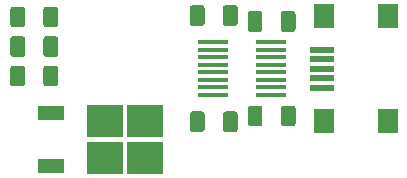
<source format=gbr>
G04 #@! TF.GenerationSoftware,KiCad,Pcbnew,5.0.2-bee76a0~70~ubuntu18.04.1*
G04 #@! TF.CreationDate,2019-05-31T16:07:53-07:00*
G04 #@! TF.ProjectId,shellbell,7368656c-6c62-4656-9c6c-2e6b69636164,rev?*
G04 #@! TF.SameCoordinates,Original*
G04 #@! TF.FileFunction,Paste,Top*
G04 #@! TF.FilePolarity,Positive*
%FSLAX46Y46*%
G04 Gerber Fmt 4.6, Leading zero omitted, Abs format (unit mm)*
G04 Created by KiCad (PCBNEW 5.0.2-bee76a0~70~ubuntu18.04.1) date Fri 31 May 2019 04:07:53 PM PDT*
%MOMM*%
%LPD*%
G01*
G04 APERTURE LIST*
%ADD10C,0.100000*%
%ADD11C,1.250000*%
%ADD12R,3.050000X2.750000*%
%ADD13R,2.200000X1.200000*%
%ADD14R,1.700000X2.000000*%
%ADD15R,2.000000X0.500000*%
%ADD16R,2.540000X0.457200*%
G04 APERTURE END LIST*
D10*
G04 #@! TO.C,R4*
G36*
X158499504Y-95626204D02*
X158523773Y-95629804D01*
X158547571Y-95635765D01*
X158570671Y-95644030D01*
X158592849Y-95654520D01*
X158613893Y-95667133D01*
X158633598Y-95681747D01*
X158651777Y-95698223D01*
X158668253Y-95716402D01*
X158682867Y-95736107D01*
X158695480Y-95757151D01*
X158705970Y-95779329D01*
X158714235Y-95802429D01*
X158720196Y-95826227D01*
X158723796Y-95850496D01*
X158725000Y-95875000D01*
X158725000Y-97125000D01*
X158723796Y-97149504D01*
X158720196Y-97173773D01*
X158714235Y-97197571D01*
X158705970Y-97220671D01*
X158695480Y-97242849D01*
X158682867Y-97263893D01*
X158668253Y-97283598D01*
X158651777Y-97301777D01*
X158633598Y-97318253D01*
X158613893Y-97332867D01*
X158592849Y-97345480D01*
X158570671Y-97355970D01*
X158547571Y-97364235D01*
X158523773Y-97370196D01*
X158499504Y-97373796D01*
X158475000Y-97375000D01*
X157725000Y-97375000D01*
X157700496Y-97373796D01*
X157676227Y-97370196D01*
X157652429Y-97364235D01*
X157629329Y-97355970D01*
X157607151Y-97345480D01*
X157586107Y-97332867D01*
X157566402Y-97318253D01*
X157548223Y-97301777D01*
X157531747Y-97283598D01*
X157517133Y-97263893D01*
X157504520Y-97242849D01*
X157494030Y-97220671D01*
X157485765Y-97197571D01*
X157479804Y-97173773D01*
X157476204Y-97149504D01*
X157475000Y-97125000D01*
X157475000Y-95875000D01*
X157476204Y-95850496D01*
X157479804Y-95826227D01*
X157485765Y-95802429D01*
X157494030Y-95779329D01*
X157504520Y-95757151D01*
X157517133Y-95736107D01*
X157531747Y-95716402D01*
X157548223Y-95698223D01*
X157566402Y-95681747D01*
X157586107Y-95667133D01*
X157607151Y-95654520D01*
X157629329Y-95644030D01*
X157652429Y-95635765D01*
X157676227Y-95629804D01*
X157700496Y-95626204D01*
X157725000Y-95625000D01*
X158475000Y-95625000D01*
X158499504Y-95626204D01*
X158499504Y-95626204D01*
G37*
D11*
X158100000Y-96500000D03*
D10*
G36*
X161299504Y-95626204D02*
X161323773Y-95629804D01*
X161347571Y-95635765D01*
X161370671Y-95644030D01*
X161392849Y-95654520D01*
X161413893Y-95667133D01*
X161433598Y-95681747D01*
X161451777Y-95698223D01*
X161468253Y-95716402D01*
X161482867Y-95736107D01*
X161495480Y-95757151D01*
X161505970Y-95779329D01*
X161514235Y-95802429D01*
X161520196Y-95826227D01*
X161523796Y-95850496D01*
X161525000Y-95875000D01*
X161525000Y-97125000D01*
X161523796Y-97149504D01*
X161520196Y-97173773D01*
X161514235Y-97197571D01*
X161505970Y-97220671D01*
X161495480Y-97242849D01*
X161482867Y-97263893D01*
X161468253Y-97283598D01*
X161451777Y-97301777D01*
X161433598Y-97318253D01*
X161413893Y-97332867D01*
X161392849Y-97345480D01*
X161370671Y-97355970D01*
X161347571Y-97364235D01*
X161323773Y-97370196D01*
X161299504Y-97373796D01*
X161275000Y-97375000D01*
X160525000Y-97375000D01*
X160500496Y-97373796D01*
X160476227Y-97370196D01*
X160452429Y-97364235D01*
X160429329Y-97355970D01*
X160407151Y-97345480D01*
X160386107Y-97332867D01*
X160366402Y-97318253D01*
X160348223Y-97301777D01*
X160331747Y-97283598D01*
X160317133Y-97263893D01*
X160304520Y-97242849D01*
X160294030Y-97220671D01*
X160285765Y-97197571D01*
X160279804Y-97173773D01*
X160276204Y-97149504D01*
X160275000Y-97125000D01*
X160275000Y-95875000D01*
X160276204Y-95850496D01*
X160279804Y-95826227D01*
X160285765Y-95802429D01*
X160294030Y-95779329D01*
X160304520Y-95757151D01*
X160317133Y-95736107D01*
X160331747Y-95716402D01*
X160348223Y-95698223D01*
X160366402Y-95681747D01*
X160386107Y-95667133D01*
X160407151Y-95654520D01*
X160429329Y-95644030D01*
X160452429Y-95635765D01*
X160476227Y-95629804D01*
X160500496Y-95626204D01*
X160525000Y-95625000D01*
X161275000Y-95625000D01*
X161299504Y-95626204D01*
X161299504Y-95626204D01*
G37*
D11*
X160900000Y-96500000D03*
G04 #@! TD*
D12*
G04 #@! TO.C,Q1*
X145425000Y-108025000D03*
X148775000Y-104975000D03*
X145425000Y-104975000D03*
X148775000Y-108025000D03*
D13*
X140800000Y-108780000D03*
X140800000Y-104220000D03*
G04 #@! TD*
D14*
G04 #@! TO.C,J3*
X169350000Y-96050000D03*
X163900000Y-96050000D03*
X169350000Y-104950000D03*
X163900000Y-104950000D03*
D15*
X163800000Y-98900000D03*
X163800000Y-99700000D03*
X163800000Y-100500000D03*
X163800000Y-101300000D03*
X163800000Y-102100000D03*
G04 #@! TD*
D10*
G04 #@! TO.C,D2*
G36*
X153599504Y-95126204D02*
X153623773Y-95129804D01*
X153647571Y-95135765D01*
X153670671Y-95144030D01*
X153692849Y-95154520D01*
X153713893Y-95167133D01*
X153733598Y-95181747D01*
X153751777Y-95198223D01*
X153768253Y-95216402D01*
X153782867Y-95236107D01*
X153795480Y-95257151D01*
X153805970Y-95279329D01*
X153814235Y-95302429D01*
X153820196Y-95326227D01*
X153823796Y-95350496D01*
X153825000Y-95375000D01*
X153825000Y-96625000D01*
X153823796Y-96649504D01*
X153820196Y-96673773D01*
X153814235Y-96697571D01*
X153805970Y-96720671D01*
X153795480Y-96742849D01*
X153782867Y-96763893D01*
X153768253Y-96783598D01*
X153751777Y-96801777D01*
X153733598Y-96818253D01*
X153713893Y-96832867D01*
X153692849Y-96845480D01*
X153670671Y-96855970D01*
X153647571Y-96864235D01*
X153623773Y-96870196D01*
X153599504Y-96873796D01*
X153575000Y-96875000D01*
X152825000Y-96875000D01*
X152800496Y-96873796D01*
X152776227Y-96870196D01*
X152752429Y-96864235D01*
X152729329Y-96855970D01*
X152707151Y-96845480D01*
X152686107Y-96832867D01*
X152666402Y-96818253D01*
X152648223Y-96801777D01*
X152631747Y-96783598D01*
X152617133Y-96763893D01*
X152604520Y-96742849D01*
X152594030Y-96720671D01*
X152585765Y-96697571D01*
X152579804Y-96673773D01*
X152576204Y-96649504D01*
X152575000Y-96625000D01*
X152575000Y-95375000D01*
X152576204Y-95350496D01*
X152579804Y-95326227D01*
X152585765Y-95302429D01*
X152594030Y-95279329D01*
X152604520Y-95257151D01*
X152617133Y-95236107D01*
X152631747Y-95216402D01*
X152648223Y-95198223D01*
X152666402Y-95181747D01*
X152686107Y-95167133D01*
X152707151Y-95154520D01*
X152729329Y-95144030D01*
X152752429Y-95135765D01*
X152776227Y-95129804D01*
X152800496Y-95126204D01*
X152825000Y-95125000D01*
X153575000Y-95125000D01*
X153599504Y-95126204D01*
X153599504Y-95126204D01*
G37*
D11*
X153200000Y-96000000D03*
D10*
G36*
X156399504Y-95126204D02*
X156423773Y-95129804D01*
X156447571Y-95135765D01*
X156470671Y-95144030D01*
X156492849Y-95154520D01*
X156513893Y-95167133D01*
X156533598Y-95181747D01*
X156551777Y-95198223D01*
X156568253Y-95216402D01*
X156582867Y-95236107D01*
X156595480Y-95257151D01*
X156605970Y-95279329D01*
X156614235Y-95302429D01*
X156620196Y-95326227D01*
X156623796Y-95350496D01*
X156625000Y-95375000D01*
X156625000Y-96625000D01*
X156623796Y-96649504D01*
X156620196Y-96673773D01*
X156614235Y-96697571D01*
X156605970Y-96720671D01*
X156595480Y-96742849D01*
X156582867Y-96763893D01*
X156568253Y-96783598D01*
X156551777Y-96801777D01*
X156533598Y-96818253D01*
X156513893Y-96832867D01*
X156492849Y-96845480D01*
X156470671Y-96855970D01*
X156447571Y-96864235D01*
X156423773Y-96870196D01*
X156399504Y-96873796D01*
X156375000Y-96875000D01*
X155625000Y-96875000D01*
X155600496Y-96873796D01*
X155576227Y-96870196D01*
X155552429Y-96864235D01*
X155529329Y-96855970D01*
X155507151Y-96845480D01*
X155486107Y-96832867D01*
X155466402Y-96818253D01*
X155448223Y-96801777D01*
X155431747Y-96783598D01*
X155417133Y-96763893D01*
X155404520Y-96742849D01*
X155394030Y-96720671D01*
X155385765Y-96697571D01*
X155379804Y-96673773D01*
X155376204Y-96649504D01*
X155375000Y-96625000D01*
X155375000Y-95375000D01*
X155376204Y-95350496D01*
X155379804Y-95326227D01*
X155385765Y-95302429D01*
X155394030Y-95279329D01*
X155404520Y-95257151D01*
X155417133Y-95236107D01*
X155431747Y-95216402D01*
X155448223Y-95198223D01*
X155466402Y-95181747D01*
X155486107Y-95167133D01*
X155507151Y-95154520D01*
X155529329Y-95144030D01*
X155552429Y-95135765D01*
X155576227Y-95129804D01*
X155600496Y-95126204D01*
X155625000Y-95125000D01*
X156375000Y-95125000D01*
X156399504Y-95126204D01*
X156399504Y-95126204D01*
G37*
D11*
X156000000Y-96000000D03*
G04 #@! TD*
D10*
G04 #@! TO.C,D3*
G36*
X156399504Y-104126204D02*
X156423773Y-104129804D01*
X156447571Y-104135765D01*
X156470671Y-104144030D01*
X156492849Y-104154520D01*
X156513893Y-104167133D01*
X156533598Y-104181747D01*
X156551777Y-104198223D01*
X156568253Y-104216402D01*
X156582867Y-104236107D01*
X156595480Y-104257151D01*
X156605970Y-104279329D01*
X156614235Y-104302429D01*
X156620196Y-104326227D01*
X156623796Y-104350496D01*
X156625000Y-104375000D01*
X156625000Y-105625000D01*
X156623796Y-105649504D01*
X156620196Y-105673773D01*
X156614235Y-105697571D01*
X156605970Y-105720671D01*
X156595480Y-105742849D01*
X156582867Y-105763893D01*
X156568253Y-105783598D01*
X156551777Y-105801777D01*
X156533598Y-105818253D01*
X156513893Y-105832867D01*
X156492849Y-105845480D01*
X156470671Y-105855970D01*
X156447571Y-105864235D01*
X156423773Y-105870196D01*
X156399504Y-105873796D01*
X156375000Y-105875000D01*
X155625000Y-105875000D01*
X155600496Y-105873796D01*
X155576227Y-105870196D01*
X155552429Y-105864235D01*
X155529329Y-105855970D01*
X155507151Y-105845480D01*
X155486107Y-105832867D01*
X155466402Y-105818253D01*
X155448223Y-105801777D01*
X155431747Y-105783598D01*
X155417133Y-105763893D01*
X155404520Y-105742849D01*
X155394030Y-105720671D01*
X155385765Y-105697571D01*
X155379804Y-105673773D01*
X155376204Y-105649504D01*
X155375000Y-105625000D01*
X155375000Y-104375000D01*
X155376204Y-104350496D01*
X155379804Y-104326227D01*
X155385765Y-104302429D01*
X155394030Y-104279329D01*
X155404520Y-104257151D01*
X155417133Y-104236107D01*
X155431747Y-104216402D01*
X155448223Y-104198223D01*
X155466402Y-104181747D01*
X155486107Y-104167133D01*
X155507151Y-104154520D01*
X155529329Y-104144030D01*
X155552429Y-104135765D01*
X155576227Y-104129804D01*
X155600496Y-104126204D01*
X155625000Y-104125000D01*
X156375000Y-104125000D01*
X156399504Y-104126204D01*
X156399504Y-104126204D01*
G37*
D11*
X156000000Y-105000000D03*
D10*
G36*
X153599504Y-104126204D02*
X153623773Y-104129804D01*
X153647571Y-104135765D01*
X153670671Y-104144030D01*
X153692849Y-104154520D01*
X153713893Y-104167133D01*
X153733598Y-104181747D01*
X153751777Y-104198223D01*
X153768253Y-104216402D01*
X153782867Y-104236107D01*
X153795480Y-104257151D01*
X153805970Y-104279329D01*
X153814235Y-104302429D01*
X153820196Y-104326227D01*
X153823796Y-104350496D01*
X153825000Y-104375000D01*
X153825000Y-105625000D01*
X153823796Y-105649504D01*
X153820196Y-105673773D01*
X153814235Y-105697571D01*
X153805970Y-105720671D01*
X153795480Y-105742849D01*
X153782867Y-105763893D01*
X153768253Y-105783598D01*
X153751777Y-105801777D01*
X153733598Y-105818253D01*
X153713893Y-105832867D01*
X153692849Y-105845480D01*
X153670671Y-105855970D01*
X153647571Y-105864235D01*
X153623773Y-105870196D01*
X153599504Y-105873796D01*
X153575000Y-105875000D01*
X152825000Y-105875000D01*
X152800496Y-105873796D01*
X152776227Y-105870196D01*
X152752429Y-105864235D01*
X152729329Y-105855970D01*
X152707151Y-105845480D01*
X152686107Y-105832867D01*
X152666402Y-105818253D01*
X152648223Y-105801777D01*
X152631747Y-105783598D01*
X152617133Y-105763893D01*
X152604520Y-105742849D01*
X152594030Y-105720671D01*
X152585765Y-105697571D01*
X152579804Y-105673773D01*
X152576204Y-105649504D01*
X152575000Y-105625000D01*
X152575000Y-104375000D01*
X152576204Y-104350496D01*
X152579804Y-104326227D01*
X152585765Y-104302429D01*
X152594030Y-104279329D01*
X152604520Y-104257151D01*
X152617133Y-104236107D01*
X152631747Y-104216402D01*
X152648223Y-104198223D01*
X152666402Y-104181747D01*
X152686107Y-104167133D01*
X152707151Y-104154520D01*
X152729329Y-104144030D01*
X152752429Y-104135765D01*
X152776227Y-104129804D01*
X152800496Y-104126204D01*
X152825000Y-104125000D01*
X153575000Y-104125000D01*
X153599504Y-104126204D01*
X153599504Y-104126204D01*
G37*
D11*
X153200000Y-105000000D03*
G04 #@! TD*
D10*
G04 #@! TO.C,R1*
G36*
X141201997Y-100250807D02*
X141226266Y-100254407D01*
X141250064Y-100260368D01*
X141273164Y-100268633D01*
X141295342Y-100279123D01*
X141316386Y-100291736D01*
X141336091Y-100306350D01*
X141354270Y-100322826D01*
X141370746Y-100341005D01*
X141385360Y-100360710D01*
X141397973Y-100381754D01*
X141408463Y-100403932D01*
X141416728Y-100427032D01*
X141422689Y-100450830D01*
X141426289Y-100475099D01*
X141427493Y-100499603D01*
X141427493Y-101749603D01*
X141426289Y-101774107D01*
X141422689Y-101798376D01*
X141416728Y-101822174D01*
X141408463Y-101845274D01*
X141397973Y-101867452D01*
X141385360Y-101888496D01*
X141370746Y-101908201D01*
X141354270Y-101926380D01*
X141336091Y-101942856D01*
X141316386Y-101957470D01*
X141295342Y-101970083D01*
X141273164Y-101980573D01*
X141250064Y-101988838D01*
X141226266Y-101994799D01*
X141201997Y-101998399D01*
X141177493Y-101999603D01*
X140427493Y-101999603D01*
X140402989Y-101998399D01*
X140378720Y-101994799D01*
X140354922Y-101988838D01*
X140331822Y-101980573D01*
X140309644Y-101970083D01*
X140288600Y-101957470D01*
X140268895Y-101942856D01*
X140250716Y-101926380D01*
X140234240Y-101908201D01*
X140219626Y-101888496D01*
X140207013Y-101867452D01*
X140196523Y-101845274D01*
X140188258Y-101822174D01*
X140182297Y-101798376D01*
X140178697Y-101774107D01*
X140177493Y-101749603D01*
X140177493Y-100499603D01*
X140178697Y-100475099D01*
X140182297Y-100450830D01*
X140188258Y-100427032D01*
X140196523Y-100403932D01*
X140207013Y-100381754D01*
X140219626Y-100360710D01*
X140234240Y-100341005D01*
X140250716Y-100322826D01*
X140268895Y-100306350D01*
X140288600Y-100291736D01*
X140309644Y-100279123D01*
X140331822Y-100268633D01*
X140354922Y-100260368D01*
X140378720Y-100254407D01*
X140402989Y-100250807D01*
X140427493Y-100249603D01*
X141177493Y-100249603D01*
X141201997Y-100250807D01*
X141201997Y-100250807D01*
G37*
D11*
X140802493Y-101124603D03*
D10*
G36*
X138401997Y-100250807D02*
X138426266Y-100254407D01*
X138450064Y-100260368D01*
X138473164Y-100268633D01*
X138495342Y-100279123D01*
X138516386Y-100291736D01*
X138536091Y-100306350D01*
X138554270Y-100322826D01*
X138570746Y-100341005D01*
X138585360Y-100360710D01*
X138597973Y-100381754D01*
X138608463Y-100403932D01*
X138616728Y-100427032D01*
X138622689Y-100450830D01*
X138626289Y-100475099D01*
X138627493Y-100499603D01*
X138627493Y-101749603D01*
X138626289Y-101774107D01*
X138622689Y-101798376D01*
X138616728Y-101822174D01*
X138608463Y-101845274D01*
X138597973Y-101867452D01*
X138585360Y-101888496D01*
X138570746Y-101908201D01*
X138554270Y-101926380D01*
X138536091Y-101942856D01*
X138516386Y-101957470D01*
X138495342Y-101970083D01*
X138473164Y-101980573D01*
X138450064Y-101988838D01*
X138426266Y-101994799D01*
X138401997Y-101998399D01*
X138377493Y-101999603D01*
X137627493Y-101999603D01*
X137602989Y-101998399D01*
X137578720Y-101994799D01*
X137554922Y-101988838D01*
X137531822Y-101980573D01*
X137509644Y-101970083D01*
X137488600Y-101957470D01*
X137468895Y-101942856D01*
X137450716Y-101926380D01*
X137434240Y-101908201D01*
X137419626Y-101888496D01*
X137407013Y-101867452D01*
X137396523Y-101845274D01*
X137388258Y-101822174D01*
X137382297Y-101798376D01*
X137378697Y-101774107D01*
X137377493Y-101749603D01*
X137377493Y-100499603D01*
X137378697Y-100475099D01*
X137382297Y-100450830D01*
X137388258Y-100427032D01*
X137396523Y-100403932D01*
X137407013Y-100381754D01*
X137419626Y-100360710D01*
X137434240Y-100341005D01*
X137450716Y-100322826D01*
X137468895Y-100306350D01*
X137488600Y-100291736D01*
X137509644Y-100279123D01*
X137531822Y-100268633D01*
X137554922Y-100260368D01*
X137578720Y-100254407D01*
X137602989Y-100250807D01*
X137627493Y-100249603D01*
X138377493Y-100249603D01*
X138401997Y-100250807D01*
X138401997Y-100250807D01*
G37*
D11*
X138002493Y-101124603D03*
G04 #@! TD*
D10*
G04 #@! TO.C,R2*
G36*
X138401997Y-95250807D02*
X138426266Y-95254407D01*
X138450064Y-95260368D01*
X138473164Y-95268633D01*
X138495342Y-95279123D01*
X138516386Y-95291736D01*
X138536091Y-95306350D01*
X138554270Y-95322826D01*
X138570746Y-95341005D01*
X138585360Y-95360710D01*
X138597973Y-95381754D01*
X138608463Y-95403932D01*
X138616728Y-95427032D01*
X138622689Y-95450830D01*
X138626289Y-95475099D01*
X138627493Y-95499603D01*
X138627493Y-96749603D01*
X138626289Y-96774107D01*
X138622689Y-96798376D01*
X138616728Y-96822174D01*
X138608463Y-96845274D01*
X138597973Y-96867452D01*
X138585360Y-96888496D01*
X138570746Y-96908201D01*
X138554270Y-96926380D01*
X138536091Y-96942856D01*
X138516386Y-96957470D01*
X138495342Y-96970083D01*
X138473164Y-96980573D01*
X138450064Y-96988838D01*
X138426266Y-96994799D01*
X138401997Y-96998399D01*
X138377493Y-96999603D01*
X137627493Y-96999603D01*
X137602989Y-96998399D01*
X137578720Y-96994799D01*
X137554922Y-96988838D01*
X137531822Y-96980573D01*
X137509644Y-96970083D01*
X137488600Y-96957470D01*
X137468895Y-96942856D01*
X137450716Y-96926380D01*
X137434240Y-96908201D01*
X137419626Y-96888496D01*
X137407013Y-96867452D01*
X137396523Y-96845274D01*
X137388258Y-96822174D01*
X137382297Y-96798376D01*
X137378697Y-96774107D01*
X137377493Y-96749603D01*
X137377493Y-95499603D01*
X137378697Y-95475099D01*
X137382297Y-95450830D01*
X137388258Y-95427032D01*
X137396523Y-95403932D01*
X137407013Y-95381754D01*
X137419626Y-95360710D01*
X137434240Y-95341005D01*
X137450716Y-95322826D01*
X137468895Y-95306350D01*
X137488600Y-95291736D01*
X137509644Y-95279123D01*
X137531822Y-95268633D01*
X137554922Y-95260368D01*
X137578720Y-95254407D01*
X137602989Y-95250807D01*
X137627493Y-95249603D01*
X138377493Y-95249603D01*
X138401997Y-95250807D01*
X138401997Y-95250807D01*
G37*
D11*
X138002493Y-96124603D03*
D10*
G36*
X141201997Y-95250807D02*
X141226266Y-95254407D01*
X141250064Y-95260368D01*
X141273164Y-95268633D01*
X141295342Y-95279123D01*
X141316386Y-95291736D01*
X141336091Y-95306350D01*
X141354270Y-95322826D01*
X141370746Y-95341005D01*
X141385360Y-95360710D01*
X141397973Y-95381754D01*
X141408463Y-95403932D01*
X141416728Y-95427032D01*
X141422689Y-95450830D01*
X141426289Y-95475099D01*
X141427493Y-95499603D01*
X141427493Y-96749603D01*
X141426289Y-96774107D01*
X141422689Y-96798376D01*
X141416728Y-96822174D01*
X141408463Y-96845274D01*
X141397973Y-96867452D01*
X141385360Y-96888496D01*
X141370746Y-96908201D01*
X141354270Y-96926380D01*
X141336091Y-96942856D01*
X141316386Y-96957470D01*
X141295342Y-96970083D01*
X141273164Y-96980573D01*
X141250064Y-96988838D01*
X141226266Y-96994799D01*
X141201997Y-96998399D01*
X141177493Y-96999603D01*
X140427493Y-96999603D01*
X140402989Y-96998399D01*
X140378720Y-96994799D01*
X140354922Y-96988838D01*
X140331822Y-96980573D01*
X140309644Y-96970083D01*
X140288600Y-96957470D01*
X140268895Y-96942856D01*
X140250716Y-96926380D01*
X140234240Y-96908201D01*
X140219626Y-96888496D01*
X140207013Y-96867452D01*
X140196523Y-96845274D01*
X140188258Y-96822174D01*
X140182297Y-96798376D01*
X140178697Y-96774107D01*
X140177493Y-96749603D01*
X140177493Y-95499603D01*
X140178697Y-95475099D01*
X140182297Y-95450830D01*
X140188258Y-95427032D01*
X140196523Y-95403932D01*
X140207013Y-95381754D01*
X140219626Y-95360710D01*
X140234240Y-95341005D01*
X140250716Y-95322826D01*
X140268895Y-95306350D01*
X140288600Y-95291736D01*
X140309644Y-95279123D01*
X140331822Y-95268633D01*
X140354922Y-95260368D01*
X140378720Y-95254407D01*
X140402989Y-95250807D01*
X140427493Y-95249603D01*
X141177493Y-95249603D01*
X141201997Y-95250807D01*
X141201997Y-95250807D01*
G37*
D11*
X140802493Y-96124603D03*
G04 #@! TD*
D10*
G04 #@! TO.C,R3*
G36*
X138401997Y-97750807D02*
X138426266Y-97754407D01*
X138450064Y-97760368D01*
X138473164Y-97768633D01*
X138495342Y-97779123D01*
X138516386Y-97791736D01*
X138536091Y-97806350D01*
X138554270Y-97822826D01*
X138570746Y-97841005D01*
X138585360Y-97860710D01*
X138597973Y-97881754D01*
X138608463Y-97903932D01*
X138616728Y-97927032D01*
X138622689Y-97950830D01*
X138626289Y-97975099D01*
X138627493Y-97999603D01*
X138627493Y-99249603D01*
X138626289Y-99274107D01*
X138622689Y-99298376D01*
X138616728Y-99322174D01*
X138608463Y-99345274D01*
X138597973Y-99367452D01*
X138585360Y-99388496D01*
X138570746Y-99408201D01*
X138554270Y-99426380D01*
X138536091Y-99442856D01*
X138516386Y-99457470D01*
X138495342Y-99470083D01*
X138473164Y-99480573D01*
X138450064Y-99488838D01*
X138426266Y-99494799D01*
X138401997Y-99498399D01*
X138377493Y-99499603D01*
X137627493Y-99499603D01*
X137602989Y-99498399D01*
X137578720Y-99494799D01*
X137554922Y-99488838D01*
X137531822Y-99480573D01*
X137509644Y-99470083D01*
X137488600Y-99457470D01*
X137468895Y-99442856D01*
X137450716Y-99426380D01*
X137434240Y-99408201D01*
X137419626Y-99388496D01*
X137407013Y-99367452D01*
X137396523Y-99345274D01*
X137388258Y-99322174D01*
X137382297Y-99298376D01*
X137378697Y-99274107D01*
X137377493Y-99249603D01*
X137377493Y-97999603D01*
X137378697Y-97975099D01*
X137382297Y-97950830D01*
X137388258Y-97927032D01*
X137396523Y-97903932D01*
X137407013Y-97881754D01*
X137419626Y-97860710D01*
X137434240Y-97841005D01*
X137450716Y-97822826D01*
X137468895Y-97806350D01*
X137488600Y-97791736D01*
X137509644Y-97779123D01*
X137531822Y-97768633D01*
X137554922Y-97760368D01*
X137578720Y-97754407D01*
X137602989Y-97750807D01*
X137627493Y-97749603D01*
X138377493Y-97749603D01*
X138401997Y-97750807D01*
X138401997Y-97750807D01*
G37*
D11*
X138002493Y-98624603D03*
D10*
G36*
X141201997Y-97750807D02*
X141226266Y-97754407D01*
X141250064Y-97760368D01*
X141273164Y-97768633D01*
X141295342Y-97779123D01*
X141316386Y-97791736D01*
X141336091Y-97806350D01*
X141354270Y-97822826D01*
X141370746Y-97841005D01*
X141385360Y-97860710D01*
X141397973Y-97881754D01*
X141408463Y-97903932D01*
X141416728Y-97927032D01*
X141422689Y-97950830D01*
X141426289Y-97975099D01*
X141427493Y-97999603D01*
X141427493Y-99249603D01*
X141426289Y-99274107D01*
X141422689Y-99298376D01*
X141416728Y-99322174D01*
X141408463Y-99345274D01*
X141397973Y-99367452D01*
X141385360Y-99388496D01*
X141370746Y-99408201D01*
X141354270Y-99426380D01*
X141336091Y-99442856D01*
X141316386Y-99457470D01*
X141295342Y-99470083D01*
X141273164Y-99480573D01*
X141250064Y-99488838D01*
X141226266Y-99494799D01*
X141201997Y-99498399D01*
X141177493Y-99499603D01*
X140427493Y-99499603D01*
X140402989Y-99498399D01*
X140378720Y-99494799D01*
X140354922Y-99488838D01*
X140331822Y-99480573D01*
X140309644Y-99470083D01*
X140288600Y-99457470D01*
X140268895Y-99442856D01*
X140250716Y-99426380D01*
X140234240Y-99408201D01*
X140219626Y-99388496D01*
X140207013Y-99367452D01*
X140196523Y-99345274D01*
X140188258Y-99322174D01*
X140182297Y-99298376D01*
X140178697Y-99274107D01*
X140177493Y-99249603D01*
X140177493Y-97999603D01*
X140178697Y-97975099D01*
X140182297Y-97950830D01*
X140188258Y-97927032D01*
X140196523Y-97903932D01*
X140207013Y-97881754D01*
X140219626Y-97860710D01*
X140234240Y-97841005D01*
X140250716Y-97822826D01*
X140268895Y-97806350D01*
X140288600Y-97791736D01*
X140309644Y-97779123D01*
X140331822Y-97768633D01*
X140354922Y-97760368D01*
X140378720Y-97754407D01*
X140402989Y-97750807D01*
X140427493Y-97749603D01*
X141177493Y-97749603D01*
X141201997Y-97750807D01*
X141201997Y-97750807D01*
G37*
D11*
X140802493Y-98624603D03*
G04 #@! TD*
D10*
G04 #@! TO.C,R5*
G36*
X161299504Y-103626204D02*
X161323773Y-103629804D01*
X161347571Y-103635765D01*
X161370671Y-103644030D01*
X161392849Y-103654520D01*
X161413893Y-103667133D01*
X161433598Y-103681747D01*
X161451777Y-103698223D01*
X161468253Y-103716402D01*
X161482867Y-103736107D01*
X161495480Y-103757151D01*
X161505970Y-103779329D01*
X161514235Y-103802429D01*
X161520196Y-103826227D01*
X161523796Y-103850496D01*
X161525000Y-103875000D01*
X161525000Y-105125000D01*
X161523796Y-105149504D01*
X161520196Y-105173773D01*
X161514235Y-105197571D01*
X161505970Y-105220671D01*
X161495480Y-105242849D01*
X161482867Y-105263893D01*
X161468253Y-105283598D01*
X161451777Y-105301777D01*
X161433598Y-105318253D01*
X161413893Y-105332867D01*
X161392849Y-105345480D01*
X161370671Y-105355970D01*
X161347571Y-105364235D01*
X161323773Y-105370196D01*
X161299504Y-105373796D01*
X161275000Y-105375000D01*
X160525000Y-105375000D01*
X160500496Y-105373796D01*
X160476227Y-105370196D01*
X160452429Y-105364235D01*
X160429329Y-105355970D01*
X160407151Y-105345480D01*
X160386107Y-105332867D01*
X160366402Y-105318253D01*
X160348223Y-105301777D01*
X160331747Y-105283598D01*
X160317133Y-105263893D01*
X160304520Y-105242849D01*
X160294030Y-105220671D01*
X160285765Y-105197571D01*
X160279804Y-105173773D01*
X160276204Y-105149504D01*
X160275000Y-105125000D01*
X160275000Y-103875000D01*
X160276204Y-103850496D01*
X160279804Y-103826227D01*
X160285765Y-103802429D01*
X160294030Y-103779329D01*
X160304520Y-103757151D01*
X160317133Y-103736107D01*
X160331747Y-103716402D01*
X160348223Y-103698223D01*
X160366402Y-103681747D01*
X160386107Y-103667133D01*
X160407151Y-103654520D01*
X160429329Y-103644030D01*
X160452429Y-103635765D01*
X160476227Y-103629804D01*
X160500496Y-103626204D01*
X160525000Y-103625000D01*
X161275000Y-103625000D01*
X161299504Y-103626204D01*
X161299504Y-103626204D01*
G37*
D11*
X160900000Y-104500000D03*
D10*
G36*
X158499504Y-103626204D02*
X158523773Y-103629804D01*
X158547571Y-103635765D01*
X158570671Y-103644030D01*
X158592849Y-103654520D01*
X158613893Y-103667133D01*
X158633598Y-103681747D01*
X158651777Y-103698223D01*
X158668253Y-103716402D01*
X158682867Y-103736107D01*
X158695480Y-103757151D01*
X158705970Y-103779329D01*
X158714235Y-103802429D01*
X158720196Y-103826227D01*
X158723796Y-103850496D01*
X158725000Y-103875000D01*
X158725000Y-105125000D01*
X158723796Y-105149504D01*
X158720196Y-105173773D01*
X158714235Y-105197571D01*
X158705970Y-105220671D01*
X158695480Y-105242849D01*
X158682867Y-105263893D01*
X158668253Y-105283598D01*
X158651777Y-105301777D01*
X158633598Y-105318253D01*
X158613893Y-105332867D01*
X158592849Y-105345480D01*
X158570671Y-105355970D01*
X158547571Y-105364235D01*
X158523773Y-105370196D01*
X158499504Y-105373796D01*
X158475000Y-105375000D01*
X157725000Y-105375000D01*
X157700496Y-105373796D01*
X157676227Y-105370196D01*
X157652429Y-105364235D01*
X157629329Y-105355970D01*
X157607151Y-105345480D01*
X157586107Y-105332867D01*
X157566402Y-105318253D01*
X157548223Y-105301777D01*
X157531747Y-105283598D01*
X157517133Y-105263893D01*
X157504520Y-105242849D01*
X157494030Y-105220671D01*
X157485765Y-105197571D01*
X157479804Y-105173773D01*
X157476204Y-105149504D01*
X157475000Y-105125000D01*
X157475000Y-103875000D01*
X157476204Y-103850496D01*
X157479804Y-103826227D01*
X157485765Y-103802429D01*
X157494030Y-103779329D01*
X157504520Y-103757151D01*
X157517133Y-103736107D01*
X157531747Y-103716402D01*
X157548223Y-103698223D01*
X157566402Y-103681747D01*
X157586107Y-103667133D01*
X157607151Y-103654520D01*
X157629329Y-103644030D01*
X157652429Y-103635765D01*
X157676227Y-103629804D01*
X157700496Y-103626204D01*
X157725000Y-103625000D01*
X158475000Y-103625000D01*
X158499504Y-103626204D01*
X158499504Y-103626204D01*
G37*
D11*
X158100000Y-104500000D03*
G04 #@! TD*
D16*
G04 #@! TO.C,U2*
X159463800Y-102722500D03*
X159463800Y-102087500D03*
X159463800Y-101452500D03*
X159463800Y-100817500D03*
X159463800Y-100182500D03*
X159463800Y-99547500D03*
X159463800Y-98912500D03*
X159463800Y-98277500D03*
X154536200Y-102722500D03*
X154536200Y-102087500D03*
X154536200Y-101452500D03*
X154536200Y-100817500D03*
X154536200Y-98277500D03*
X154536200Y-99547500D03*
X154536200Y-100182500D03*
X154536200Y-98912500D03*
G04 #@! TD*
M02*

</source>
